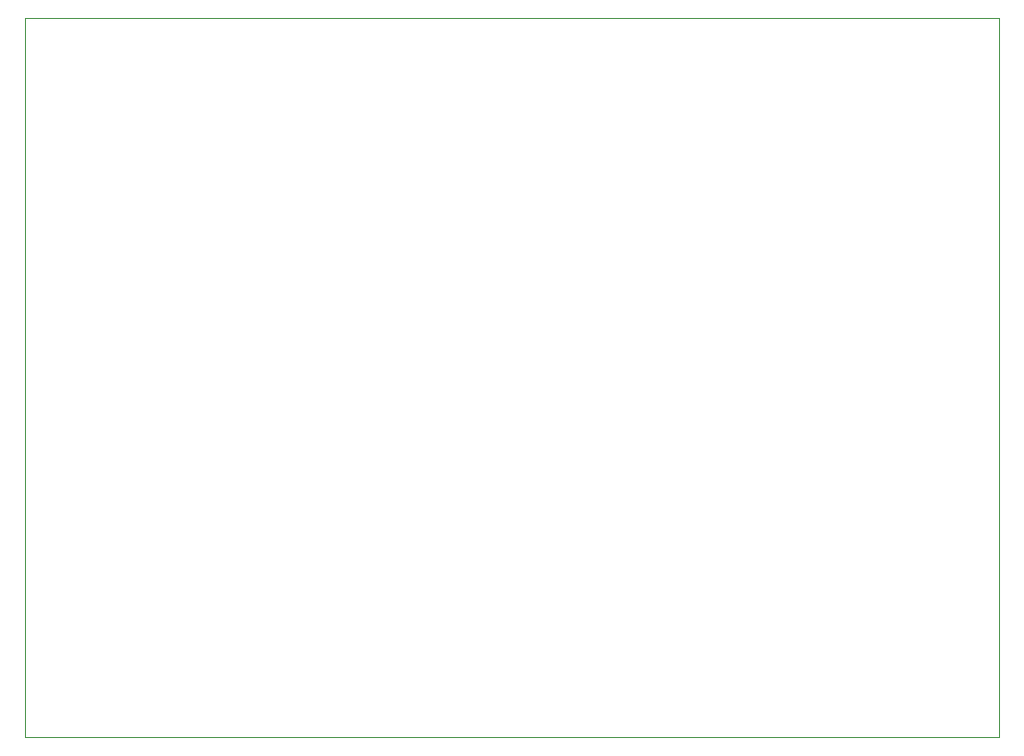
<source format=gm1>
G04 #@! TF.GenerationSoftware,KiCad,Pcbnew,(5.1.2)-1*
G04 #@! TF.CreationDate,2019-06-24T21:27:01+09:30*
G04 #@! TF.ProjectId,EEPROM_Programmer,45455052-4f4d-45f5-9072-6f6772616d6d,rev?*
G04 #@! TF.SameCoordinates,Original*
G04 #@! TF.FileFunction,Profile,NP*
%FSLAX45Y45*%
G04 Gerber Fmt 4.5, Leading zero omitted, Abs format (unit mm)*
G04 Created by KiCad (PCBNEW (5.1.2)-1) date 2019-06-24 21:27:01*
%MOMM*%
%LPD*%
G04 APERTURE LIST*
%ADD10C,0.050000*%
%ADD11C,0.100000*%
G04 APERTURE END LIST*
D10*
X21209000Y-10160000D02*
X20828000Y-10160000D01*
X20828000Y-4064000D02*
X21209000Y-4064000D01*
X20574000Y-10160000D02*
X20828000Y-10160000D01*
X20574000Y-4064000D02*
X20828000Y-4064000D01*
D11*
X12954000Y-10160000D02*
X12954000Y-4064000D01*
X20574000Y-10160000D02*
X12954000Y-10160000D01*
X21209000Y-4064000D02*
X21209000Y-10160000D01*
X12954000Y-4064000D02*
X20574000Y-4064000D01*
M02*

</source>
